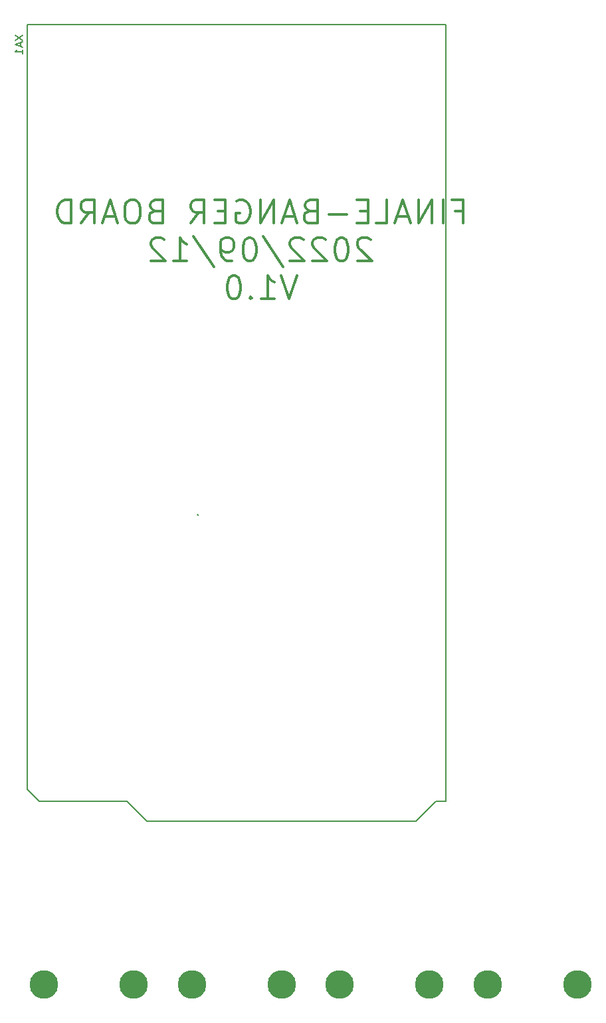
<source format=gbr>
%TF.GenerationSoftware,KiCad,Pcbnew,(6.0.7)*%
%TF.CreationDate,2022-10-05T08:11:46-05:00*%
%TF.ProjectId,FinaleBanger,46696e61-6c65-4426-916e-6765722e6b69,rev?*%
%TF.SameCoordinates,Original*%
%TF.FileFunction,Legend,Bot*%
%TF.FilePolarity,Positive*%
%FSLAX46Y46*%
G04 Gerber Fmt 4.6, Leading zero omitted, Abs format (unit mm)*
G04 Created by KiCad (PCBNEW (6.0.7)) date 2022-10-05 08:11:46*
%MOMM*%
%LPD*%
G01*
G04 APERTURE LIST*
%ADD10C,0.300000*%
%ADD11C,0.150000*%
%ADD12C,3.650000*%
G04 APERTURE END LIST*
D10*
X172285714Y-46370714D02*
X173285714Y-46370714D01*
X173285714Y-47942142D02*
X173285714Y-44942142D01*
X171857142Y-44942142D01*
X170714285Y-47942142D02*
X170714285Y-44942142D01*
X169285714Y-47942142D02*
X169285714Y-44942142D01*
X167571428Y-47942142D01*
X167571428Y-44942142D01*
X166285714Y-47085000D02*
X164857142Y-47085000D01*
X166571428Y-47942142D02*
X165571428Y-44942142D01*
X164571428Y-47942142D01*
X162142857Y-47942142D02*
X163571428Y-47942142D01*
X163571428Y-44942142D01*
X161142857Y-46370714D02*
X160142857Y-46370714D01*
X159714285Y-47942142D02*
X161142857Y-47942142D01*
X161142857Y-44942142D01*
X159714285Y-44942142D01*
X158428571Y-46799285D02*
X156142857Y-46799285D01*
X153714285Y-46370714D02*
X153285714Y-46513571D01*
X153142857Y-46656428D01*
X153000000Y-46942142D01*
X153000000Y-47370714D01*
X153142857Y-47656428D01*
X153285714Y-47799285D01*
X153571428Y-47942142D01*
X154714285Y-47942142D01*
X154714285Y-44942142D01*
X153714285Y-44942142D01*
X153428571Y-45085000D01*
X153285714Y-45227857D01*
X153142857Y-45513571D01*
X153142857Y-45799285D01*
X153285714Y-46085000D01*
X153428571Y-46227857D01*
X153714285Y-46370714D01*
X154714285Y-46370714D01*
X151857142Y-47085000D02*
X150428571Y-47085000D01*
X152142857Y-47942142D02*
X151142857Y-44942142D01*
X150142857Y-47942142D01*
X149142857Y-47942142D02*
X149142857Y-44942142D01*
X147428571Y-47942142D01*
X147428571Y-44942142D01*
X144428571Y-45085000D02*
X144714285Y-44942142D01*
X145142857Y-44942142D01*
X145571428Y-45085000D01*
X145857142Y-45370714D01*
X146000000Y-45656428D01*
X146142857Y-46227857D01*
X146142857Y-46656428D01*
X146000000Y-47227857D01*
X145857142Y-47513571D01*
X145571428Y-47799285D01*
X145142857Y-47942142D01*
X144857142Y-47942142D01*
X144428571Y-47799285D01*
X144285714Y-47656428D01*
X144285714Y-46656428D01*
X144857142Y-46656428D01*
X143000000Y-46370714D02*
X142000000Y-46370714D01*
X141571428Y-47942142D02*
X143000000Y-47942142D01*
X143000000Y-44942142D01*
X141571428Y-44942142D01*
X138571428Y-47942142D02*
X139571428Y-46513571D01*
X140285714Y-47942142D02*
X140285714Y-44942142D01*
X139142857Y-44942142D01*
X138857142Y-45085000D01*
X138714285Y-45227857D01*
X138571428Y-45513571D01*
X138571428Y-45942142D01*
X138714285Y-46227857D01*
X138857142Y-46370714D01*
X139142857Y-46513571D01*
X140285714Y-46513571D01*
X134000000Y-46370714D02*
X133571428Y-46513571D01*
X133428571Y-46656428D01*
X133285714Y-46942142D01*
X133285714Y-47370714D01*
X133428571Y-47656428D01*
X133571428Y-47799285D01*
X133857142Y-47942142D01*
X135000000Y-47942142D01*
X135000000Y-44942142D01*
X134000000Y-44942142D01*
X133714285Y-45085000D01*
X133571428Y-45227857D01*
X133428571Y-45513571D01*
X133428571Y-45799285D01*
X133571428Y-46085000D01*
X133714285Y-46227857D01*
X134000000Y-46370714D01*
X135000000Y-46370714D01*
X131428571Y-44942142D02*
X130857142Y-44942142D01*
X130571428Y-45085000D01*
X130285714Y-45370714D01*
X130142857Y-45942142D01*
X130142857Y-46942142D01*
X130285714Y-47513571D01*
X130571428Y-47799285D01*
X130857142Y-47942142D01*
X131428571Y-47942142D01*
X131714285Y-47799285D01*
X132000000Y-47513571D01*
X132142857Y-46942142D01*
X132142857Y-45942142D01*
X132000000Y-45370714D01*
X131714285Y-45085000D01*
X131428571Y-44942142D01*
X129000000Y-47085000D02*
X127571428Y-47085000D01*
X129285714Y-47942142D02*
X128285714Y-44942142D01*
X127285714Y-47942142D01*
X124571428Y-47942142D02*
X125571428Y-46513571D01*
X126285714Y-47942142D02*
X126285714Y-44942142D01*
X125142857Y-44942142D01*
X124857142Y-45085000D01*
X124714285Y-45227857D01*
X124571428Y-45513571D01*
X124571428Y-45942142D01*
X124714285Y-46227857D01*
X124857142Y-46370714D01*
X125142857Y-46513571D01*
X126285714Y-46513571D01*
X123285714Y-47942142D02*
X123285714Y-44942142D01*
X122571428Y-44942142D01*
X122142857Y-45085000D01*
X121857142Y-45370714D01*
X121714285Y-45656428D01*
X121571428Y-46227857D01*
X121571428Y-46656428D01*
X121714285Y-47227857D01*
X121857142Y-47513571D01*
X122142857Y-47799285D01*
X122571428Y-47942142D01*
X123285714Y-47942142D01*
X161500000Y-50057857D02*
X161357142Y-49915000D01*
X161071428Y-49772142D01*
X160357142Y-49772142D01*
X160071428Y-49915000D01*
X159928571Y-50057857D01*
X159785714Y-50343571D01*
X159785714Y-50629285D01*
X159928571Y-51057857D01*
X161642857Y-52772142D01*
X159785714Y-52772142D01*
X157928571Y-49772142D02*
X157642857Y-49772142D01*
X157357142Y-49915000D01*
X157214285Y-50057857D01*
X157071428Y-50343571D01*
X156928571Y-50915000D01*
X156928571Y-51629285D01*
X157071428Y-52200714D01*
X157214285Y-52486428D01*
X157357142Y-52629285D01*
X157642857Y-52772142D01*
X157928571Y-52772142D01*
X158214285Y-52629285D01*
X158357142Y-52486428D01*
X158500000Y-52200714D01*
X158642857Y-51629285D01*
X158642857Y-50915000D01*
X158500000Y-50343571D01*
X158357142Y-50057857D01*
X158214285Y-49915000D01*
X157928571Y-49772142D01*
X155785714Y-50057857D02*
X155642857Y-49915000D01*
X155357142Y-49772142D01*
X154642857Y-49772142D01*
X154357142Y-49915000D01*
X154214285Y-50057857D01*
X154071428Y-50343571D01*
X154071428Y-50629285D01*
X154214285Y-51057857D01*
X155928571Y-52772142D01*
X154071428Y-52772142D01*
X152928571Y-50057857D02*
X152785714Y-49915000D01*
X152500000Y-49772142D01*
X151785714Y-49772142D01*
X151500000Y-49915000D01*
X151357142Y-50057857D01*
X151214285Y-50343571D01*
X151214285Y-50629285D01*
X151357142Y-51057857D01*
X153071428Y-52772142D01*
X151214285Y-52772142D01*
X147785714Y-49629285D02*
X150357142Y-53486428D01*
X146214285Y-49772142D02*
X145928571Y-49772142D01*
X145642857Y-49915000D01*
X145500000Y-50057857D01*
X145357142Y-50343571D01*
X145214285Y-50915000D01*
X145214285Y-51629285D01*
X145357142Y-52200714D01*
X145500000Y-52486428D01*
X145642857Y-52629285D01*
X145928571Y-52772142D01*
X146214285Y-52772142D01*
X146500000Y-52629285D01*
X146642857Y-52486428D01*
X146785714Y-52200714D01*
X146928571Y-51629285D01*
X146928571Y-50915000D01*
X146785714Y-50343571D01*
X146642857Y-50057857D01*
X146500000Y-49915000D01*
X146214285Y-49772142D01*
X143785714Y-52772142D02*
X143214285Y-52772142D01*
X142928571Y-52629285D01*
X142785714Y-52486428D01*
X142500000Y-52057857D01*
X142357142Y-51486428D01*
X142357142Y-50343571D01*
X142500000Y-50057857D01*
X142642857Y-49915000D01*
X142928571Y-49772142D01*
X143500000Y-49772142D01*
X143785714Y-49915000D01*
X143928571Y-50057857D01*
X144071428Y-50343571D01*
X144071428Y-51057857D01*
X143928571Y-51343571D01*
X143785714Y-51486428D01*
X143500000Y-51629285D01*
X142928571Y-51629285D01*
X142642857Y-51486428D01*
X142500000Y-51343571D01*
X142357142Y-51057857D01*
X138928571Y-49629285D02*
X141500000Y-53486428D01*
X136357142Y-52772142D02*
X138071428Y-52772142D01*
X137214285Y-52772142D02*
X137214285Y-49772142D01*
X137500000Y-50200714D01*
X137785714Y-50486428D01*
X138071428Y-50629285D01*
X135214285Y-50057857D02*
X135071428Y-49915000D01*
X134785714Y-49772142D01*
X134071428Y-49772142D01*
X133785714Y-49915000D01*
X133642857Y-50057857D01*
X133500000Y-50343571D01*
X133500000Y-50629285D01*
X133642857Y-51057857D01*
X135357142Y-52772142D01*
X133500000Y-52772142D01*
X152071428Y-54602142D02*
X151071428Y-57602142D01*
X150071428Y-54602142D01*
X147500000Y-57602142D02*
X149214285Y-57602142D01*
X148357142Y-57602142D02*
X148357142Y-54602142D01*
X148642857Y-55030714D01*
X148928571Y-55316428D01*
X149214285Y-55459285D01*
X146214285Y-57316428D02*
X146071428Y-57459285D01*
X146214285Y-57602142D01*
X146357142Y-57459285D01*
X146214285Y-57316428D01*
X146214285Y-57602142D01*
X144214285Y-54602142D02*
X143928571Y-54602142D01*
X143642857Y-54745000D01*
X143500000Y-54887857D01*
X143357142Y-55173571D01*
X143214285Y-55745000D01*
X143214285Y-56459285D01*
X143357142Y-57030714D01*
X143500000Y-57316428D01*
X143642857Y-57459285D01*
X143928571Y-57602142D01*
X144214285Y-57602142D01*
X144500000Y-57459285D01*
X144642857Y-57316428D01*
X144785714Y-57030714D01*
X144928571Y-56459285D01*
X144928571Y-55745000D01*
X144785714Y-55173571D01*
X144642857Y-54887857D01*
X144500000Y-54745000D01*
X144214285Y-54602142D01*
D11*
%TO.C,XA1*%
X116178880Y-23926904D02*
X117178880Y-24593571D01*
X116178880Y-24593571D02*
X117178880Y-23926904D01*
X116893166Y-24926904D02*
X116893166Y-25403095D01*
X117178880Y-24831666D02*
X116178880Y-25165000D01*
X117178880Y-25498333D01*
X117178880Y-26355476D02*
X117178880Y-25784047D01*
X117178880Y-26069761D02*
X116178880Y-26069761D01*
X116321738Y-25974523D01*
X116416976Y-25879285D01*
X116464595Y-25784047D01*
X139435642Y-85109000D02*
X139483261Y-85156619D01*
X139530880Y-85109000D01*
X139483261Y-85061380D01*
X139435642Y-85109000D01*
X139530880Y-85109000D01*
X132982500Y-124225000D02*
X130442500Y-121685000D01*
X117742500Y-120161000D02*
X119266500Y-121685000D01*
X167272500Y-124225000D02*
X132982500Y-124225000D01*
X171082500Y-22625000D02*
X171082500Y-121685000D01*
X171082500Y-121685000D02*
X169812500Y-121685000D01*
X130442500Y-121685000D02*
X119266500Y-121685000D01*
X117742500Y-22625000D02*
X171082500Y-22625000D01*
X117742500Y-22625000D02*
X117742500Y-120161000D01*
X169812500Y-121685000D02*
X167272500Y-124225000D01*
%TD*%
D12*
%TO.C,J2*%
X187854445Y-145000000D03*
X176424445Y-145000000D03*
%TD*%
%TO.C,J5*%
X119861112Y-145000000D03*
X131291112Y-145000000D03*
%TD*%
%TO.C,J3*%
X157570000Y-145000000D03*
X169000000Y-145000000D03*
%TD*%
%TO.C,J4*%
X138715556Y-145000000D03*
X150145556Y-145000000D03*
%TD*%
M02*

</source>
